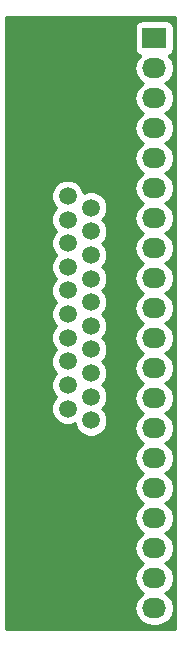
<source format=gbl>
G04 #@! TF.FileFunction,Copper,L2,Bot,Signal*
%FSLAX46Y46*%
G04 Gerber Fmt 4.6, Leading zero omitted, Abs format (unit mm)*
G04 Created by KiCad (PCBNEW 4.0.1-3.201512221402+6198~38~ubuntu15.04.1-stable) date Tue 02 Feb 2016 08:53:14 AM EST*
%MOMM*%
G01*
G04 APERTURE LIST*
%ADD10C,0.100000*%
%ADD11C,1.500000*%
%ADD12R,2.032000X1.727200*%
%ADD13O,2.032000X1.727200*%
%ADD14C,0.254000*%
G04 APERTURE END LIST*
D10*
D11*
X117110000Y-100100000D03*
X117110000Y-102100000D03*
X117110000Y-98100000D03*
X117110000Y-96100000D03*
X117110000Y-94100000D03*
X117110000Y-92100000D03*
X119110000Y-93100000D03*
X119110000Y-95100000D03*
X119110000Y-97100000D03*
X119110000Y-99100000D03*
X119110000Y-101100000D03*
X119110000Y-103100000D03*
X117110000Y-104100000D03*
X119110000Y-105100000D03*
X117110000Y-106100000D03*
X119110000Y-107100000D03*
X117110000Y-108100000D03*
X119110000Y-109100000D03*
X117110000Y-110100000D03*
X119110000Y-111100000D03*
D12*
X124460000Y-78740000D03*
D13*
X124460000Y-81280000D03*
X124460000Y-83820000D03*
X124460000Y-86360000D03*
X124460000Y-88900000D03*
X124460000Y-91440000D03*
X124460000Y-93980000D03*
X124460000Y-96520000D03*
X124460000Y-99060000D03*
X124460000Y-101600000D03*
X124460000Y-104140000D03*
X124460000Y-106680000D03*
X124460000Y-109220000D03*
X124460000Y-111760000D03*
X124460000Y-114300000D03*
X124460000Y-116840000D03*
X124460000Y-119380000D03*
X124460000Y-121920000D03*
X124460000Y-124460000D03*
X124460000Y-127000000D03*
D14*
G36*
X126238000Y-128778000D02*
X111887000Y-128778000D01*
X111887000Y-92374285D01*
X115724760Y-92374285D01*
X115935169Y-92883515D01*
X116151313Y-93100036D01*
X115936539Y-93314436D01*
X115725241Y-93823298D01*
X115724760Y-94374285D01*
X115935169Y-94883515D01*
X116151313Y-95100036D01*
X115936539Y-95314436D01*
X115725241Y-95823298D01*
X115724760Y-96374285D01*
X115935169Y-96883515D01*
X116151313Y-97100036D01*
X115936539Y-97314436D01*
X115725241Y-97823298D01*
X115724760Y-98374285D01*
X115935169Y-98883515D01*
X116151313Y-99100036D01*
X115936539Y-99314436D01*
X115725241Y-99823298D01*
X115724760Y-100374285D01*
X115935169Y-100883515D01*
X116151313Y-101100036D01*
X115936539Y-101314436D01*
X115725241Y-101823298D01*
X115724760Y-102374285D01*
X115935169Y-102883515D01*
X116151313Y-103100036D01*
X115936539Y-103314436D01*
X115725241Y-103823298D01*
X115724760Y-104374285D01*
X115935169Y-104883515D01*
X116151313Y-105100036D01*
X115936539Y-105314436D01*
X115725241Y-105823298D01*
X115724760Y-106374285D01*
X115935169Y-106883515D01*
X116151313Y-107100036D01*
X115936539Y-107314436D01*
X115725241Y-107823298D01*
X115724760Y-108374285D01*
X115935169Y-108883515D01*
X116151313Y-109100036D01*
X115936539Y-109314436D01*
X115725241Y-109823298D01*
X115724760Y-110374285D01*
X115935169Y-110883515D01*
X116324436Y-111273461D01*
X116833298Y-111484759D01*
X117384285Y-111485240D01*
X117724786Y-111344548D01*
X117724760Y-111374285D01*
X117935169Y-111883515D01*
X118324436Y-112273461D01*
X118833298Y-112484759D01*
X119384285Y-112485240D01*
X119893515Y-112274831D01*
X120283461Y-111885564D01*
X120494759Y-111376702D01*
X120495240Y-110825715D01*
X120284831Y-110316485D01*
X120068687Y-110099964D01*
X120283461Y-109885564D01*
X120494759Y-109376702D01*
X120495240Y-108825715D01*
X120284831Y-108316485D01*
X120068687Y-108099964D01*
X120283461Y-107885564D01*
X120494759Y-107376702D01*
X120495240Y-106825715D01*
X120284831Y-106316485D01*
X120068687Y-106099964D01*
X120283461Y-105885564D01*
X120494759Y-105376702D01*
X120495240Y-104825715D01*
X120284831Y-104316485D01*
X120068687Y-104099964D01*
X120283461Y-103885564D01*
X120494759Y-103376702D01*
X120495240Y-102825715D01*
X120284831Y-102316485D01*
X120068687Y-102099964D01*
X120283461Y-101885564D01*
X120494759Y-101376702D01*
X120495240Y-100825715D01*
X120284831Y-100316485D01*
X120068687Y-100099964D01*
X120283461Y-99885564D01*
X120494759Y-99376702D01*
X120495240Y-98825715D01*
X120284831Y-98316485D01*
X120068687Y-98099964D01*
X120283461Y-97885564D01*
X120494759Y-97376702D01*
X120495240Y-96825715D01*
X120284831Y-96316485D01*
X120068687Y-96099964D01*
X120283461Y-95885564D01*
X120494759Y-95376702D01*
X120495240Y-94825715D01*
X120284831Y-94316485D01*
X120068687Y-94099964D01*
X120283461Y-93885564D01*
X120494759Y-93376702D01*
X120495240Y-92825715D01*
X120284831Y-92316485D01*
X119895564Y-91926539D01*
X119386702Y-91715241D01*
X118835715Y-91714760D01*
X118495214Y-91855452D01*
X118495240Y-91825715D01*
X118284831Y-91316485D01*
X117895564Y-90926539D01*
X117386702Y-90715241D01*
X116835715Y-90714760D01*
X116326485Y-90925169D01*
X115936539Y-91314436D01*
X115725241Y-91823298D01*
X115724760Y-92374285D01*
X111887000Y-92374285D01*
X111887000Y-81280000D01*
X122776655Y-81280000D01*
X122890729Y-81853489D01*
X123215585Y-82339670D01*
X123530366Y-82550000D01*
X123215585Y-82760330D01*
X122890729Y-83246511D01*
X122776655Y-83820000D01*
X122890729Y-84393489D01*
X123215585Y-84879670D01*
X123530366Y-85090000D01*
X123215585Y-85300330D01*
X122890729Y-85786511D01*
X122776655Y-86360000D01*
X122890729Y-86933489D01*
X123215585Y-87419670D01*
X123530366Y-87630000D01*
X123215585Y-87840330D01*
X122890729Y-88326511D01*
X122776655Y-88900000D01*
X122890729Y-89473489D01*
X123215585Y-89959670D01*
X123530366Y-90170000D01*
X123215585Y-90380330D01*
X122890729Y-90866511D01*
X122776655Y-91440000D01*
X122890729Y-92013489D01*
X123215585Y-92499670D01*
X123530366Y-92710000D01*
X123215585Y-92920330D01*
X122890729Y-93406511D01*
X122776655Y-93980000D01*
X122890729Y-94553489D01*
X123215585Y-95039670D01*
X123530366Y-95250000D01*
X123215585Y-95460330D01*
X122890729Y-95946511D01*
X122776655Y-96520000D01*
X122890729Y-97093489D01*
X123215585Y-97579670D01*
X123530366Y-97790000D01*
X123215585Y-98000330D01*
X122890729Y-98486511D01*
X122776655Y-99060000D01*
X122890729Y-99633489D01*
X123215585Y-100119670D01*
X123530366Y-100330000D01*
X123215585Y-100540330D01*
X122890729Y-101026511D01*
X122776655Y-101600000D01*
X122890729Y-102173489D01*
X123215585Y-102659670D01*
X123530366Y-102870000D01*
X123215585Y-103080330D01*
X122890729Y-103566511D01*
X122776655Y-104140000D01*
X122890729Y-104713489D01*
X123215585Y-105199670D01*
X123530366Y-105410000D01*
X123215585Y-105620330D01*
X122890729Y-106106511D01*
X122776655Y-106680000D01*
X122890729Y-107253489D01*
X123215585Y-107739670D01*
X123530366Y-107950000D01*
X123215585Y-108160330D01*
X122890729Y-108646511D01*
X122776655Y-109220000D01*
X122890729Y-109793489D01*
X123215585Y-110279670D01*
X123530366Y-110490000D01*
X123215585Y-110700330D01*
X122890729Y-111186511D01*
X122776655Y-111760000D01*
X122890729Y-112333489D01*
X123215585Y-112819670D01*
X123530366Y-113030000D01*
X123215585Y-113240330D01*
X122890729Y-113726511D01*
X122776655Y-114300000D01*
X122890729Y-114873489D01*
X123215585Y-115359670D01*
X123530366Y-115570000D01*
X123215585Y-115780330D01*
X122890729Y-116266511D01*
X122776655Y-116840000D01*
X122890729Y-117413489D01*
X123215585Y-117899670D01*
X123530366Y-118110000D01*
X123215585Y-118320330D01*
X122890729Y-118806511D01*
X122776655Y-119380000D01*
X122890729Y-119953489D01*
X123215585Y-120439670D01*
X123530366Y-120650000D01*
X123215585Y-120860330D01*
X122890729Y-121346511D01*
X122776655Y-121920000D01*
X122890729Y-122493489D01*
X123215585Y-122979670D01*
X123530366Y-123190000D01*
X123215585Y-123400330D01*
X122890729Y-123886511D01*
X122776655Y-124460000D01*
X122890729Y-125033489D01*
X123215585Y-125519670D01*
X123530366Y-125730000D01*
X123215585Y-125940330D01*
X122890729Y-126426511D01*
X122776655Y-127000000D01*
X122890729Y-127573489D01*
X123215585Y-128059670D01*
X123701766Y-128384526D01*
X124275255Y-128498600D01*
X124644745Y-128498600D01*
X125218234Y-128384526D01*
X125704415Y-128059670D01*
X126029271Y-127573489D01*
X126143345Y-127000000D01*
X126029271Y-126426511D01*
X125704415Y-125940330D01*
X125389634Y-125730000D01*
X125704415Y-125519670D01*
X126029271Y-125033489D01*
X126143345Y-124460000D01*
X126029271Y-123886511D01*
X125704415Y-123400330D01*
X125389634Y-123190000D01*
X125704415Y-122979670D01*
X126029271Y-122493489D01*
X126143345Y-121920000D01*
X126029271Y-121346511D01*
X125704415Y-120860330D01*
X125389634Y-120650000D01*
X125704415Y-120439670D01*
X126029271Y-119953489D01*
X126143345Y-119380000D01*
X126029271Y-118806511D01*
X125704415Y-118320330D01*
X125389634Y-118110000D01*
X125704415Y-117899670D01*
X126029271Y-117413489D01*
X126143345Y-116840000D01*
X126029271Y-116266511D01*
X125704415Y-115780330D01*
X125389634Y-115570000D01*
X125704415Y-115359670D01*
X126029271Y-114873489D01*
X126143345Y-114300000D01*
X126029271Y-113726511D01*
X125704415Y-113240330D01*
X125389634Y-113030000D01*
X125704415Y-112819670D01*
X126029271Y-112333489D01*
X126143345Y-111760000D01*
X126029271Y-111186511D01*
X125704415Y-110700330D01*
X125389634Y-110490000D01*
X125704415Y-110279670D01*
X126029271Y-109793489D01*
X126143345Y-109220000D01*
X126029271Y-108646511D01*
X125704415Y-108160330D01*
X125389634Y-107950000D01*
X125704415Y-107739670D01*
X126029271Y-107253489D01*
X126143345Y-106680000D01*
X126029271Y-106106511D01*
X125704415Y-105620330D01*
X125389634Y-105410000D01*
X125704415Y-105199670D01*
X126029271Y-104713489D01*
X126143345Y-104140000D01*
X126029271Y-103566511D01*
X125704415Y-103080330D01*
X125389634Y-102870000D01*
X125704415Y-102659670D01*
X126029271Y-102173489D01*
X126143345Y-101600000D01*
X126029271Y-101026511D01*
X125704415Y-100540330D01*
X125389634Y-100330000D01*
X125704415Y-100119670D01*
X126029271Y-99633489D01*
X126143345Y-99060000D01*
X126029271Y-98486511D01*
X125704415Y-98000330D01*
X125389634Y-97790000D01*
X125704415Y-97579670D01*
X126029271Y-97093489D01*
X126143345Y-96520000D01*
X126029271Y-95946511D01*
X125704415Y-95460330D01*
X125389634Y-95250000D01*
X125704415Y-95039670D01*
X126029271Y-94553489D01*
X126143345Y-93980000D01*
X126029271Y-93406511D01*
X125704415Y-92920330D01*
X125389634Y-92710000D01*
X125704415Y-92499670D01*
X126029271Y-92013489D01*
X126143345Y-91440000D01*
X126029271Y-90866511D01*
X125704415Y-90380330D01*
X125389634Y-90170000D01*
X125704415Y-89959670D01*
X126029271Y-89473489D01*
X126143345Y-88900000D01*
X126029271Y-88326511D01*
X125704415Y-87840330D01*
X125389634Y-87630000D01*
X125704415Y-87419670D01*
X126029271Y-86933489D01*
X126143345Y-86360000D01*
X126029271Y-85786511D01*
X125704415Y-85300330D01*
X125389634Y-85090000D01*
X125704415Y-84879670D01*
X126029271Y-84393489D01*
X126143345Y-83820000D01*
X126029271Y-83246511D01*
X125704415Y-82760330D01*
X125389634Y-82550000D01*
X125704415Y-82339670D01*
X126029271Y-81853489D01*
X126143345Y-81280000D01*
X126029271Y-80706511D01*
X125704415Y-80220330D01*
X125690087Y-80210757D01*
X125711317Y-80206762D01*
X125927441Y-80067690D01*
X126072431Y-79855490D01*
X126123440Y-79603600D01*
X126123440Y-77876400D01*
X126079162Y-77641083D01*
X125940090Y-77424959D01*
X125727890Y-77279969D01*
X125476000Y-77228960D01*
X123444000Y-77228960D01*
X123208683Y-77273238D01*
X122992559Y-77412310D01*
X122847569Y-77624510D01*
X122796560Y-77876400D01*
X122796560Y-79603600D01*
X122840838Y-79838917D01*
X122979910Y-80055041D01*
X123192110Y-80200031D01*
X123233439Y-80208400D01*
X123215585Y-80220330D01*
X122890729Y-80706511D01*
X122776655Y-81280000D01*
X111887000Y-81280000D01*
X111887000Y-76962000D01*
X126238000Y-76962000D01*
X126238000Y-128778000D01*
X126238000Y-128778000D01*
G37*
X126238000Y-128778000D02*
X111887000Y-128778000D01*
X111887000Y-92374285D01*
X115724760Y-92374285D01*
X115935169Y-92883515D01*
X116151313Y-93100036D01*
X115936539Y-93314436D01*
X115725241Y-93823298D01*
X115724760Y-94374285D01*
X115935169Y-94883515D01*
X116151313Y-95100036D01*
X115936539Y-95314436D01*
X115725241Y-95823298D01*
X115724760Y-96374285D01*
X115935169Y-96883515D01*
X116151313Y-97100036D01*
X115936539Y-97314436D01*
X115725241Y-97823298D01*
X115724760Y-98374285D01*
X115935169Y-98883515D01*
X116151313Y-99100036D01*
X115936539Y-99314436D01*
X115725241Y-99823298D01*
X115724760Y-100374285D01*
X115935169Y-100883515D01*
X116151313Y-101100036D01*
X115936539Y-101314436D01*
X115725241Y-101823298D01*
X115724760Y-102374285D01*
X115935169Y-102883515D01*
X116151313Y-103100036D01*
X115936539Y-103314436D01*
X115725241Y-103823298D01*
X115724760Y-104374285D01*
X115935169Y-104883515D01*
X116151313Y-105100036D01*
X115936539Y-105314436D01*
X115725241Y-105823298D01*
X115724760Y-106374285D01*
X115935169Y-106883515D01*
X116151313Y-107100036D01*
X115936539Y-107314436D01*
X115725241Y-107823298D01*
X115724760Y-108374285D01*
X115935169Y-108883515D01*
X116151313Y-109100036D01*
X115936539Y-109314436D01*
X115725241Y-109823298D01*
X115724760Y-110374285D01*
X115935169Y-110883515D01*
X116324436Y-111273461D01*
X116833298Y-111484759D01*
X117384285Y-111485240D01*
X117724786Y-111344548D01*
X117724760Y-111374285D01*
X117935169Y-111883515D01*
X118324436Y-112273461D01*
X118833298Y-112484759D01*
X119384285Y-112485240D01*
X119893515Y-112274831D01*
X120283461Y-111885564D01*
X120494759Y-111376702D01*
X120495240Y-110825715D01*
X120284831Y-110316485D01*
X120068687Y-110099964D01*
X120283461Y-109885564D01*
X120494759Y-109376702D01*
X120495240Y-108825715D01*
X120284831Y-108316485D01*
X120068687Y-108099964D01*
X120283461Y-107885564D01*
X120494759Y-107376702D01*
X120495240Y-106825715D01*
X120284831Y-106316485D01*
X120068687Y-106099964D01*
X120283461Y-105885564D01*
X120494759Y-105376702D01*
X120495240Y-104825715D01*
X120284831Y-104316485D01*
X120068687Y-104099964D01*
X120283461Y-103885564D01*
X120494759Y-103376702D01*
X120495240Y-102825715D01*
X120284831Y-102316485D01*
X120068687Y-102099964D01*
X120283461Y-101885564D01*
X120494759Y-101376702D01*
X120495240Y-100825715D01*
X120284831Y-100316485D01*
X120068687Y-100099964D01*
X120283461Y-99885564D01*
X120494759Y-99376702D01*
X120495240Y-98825715D01*
X120284831Y-98316485D01*
X120068687Y-98099964D01*
X120283461Y-97885564D01*
X120494759Y-97376702D01*
X120495240Y-96825715D01*
X120284831Y-96316485D01*
X120068687Y-96099964D01*
X120283461Y-95885564D01*
X120494759Y-95376702D01*
X120495240Y-94825715D01*
X120284831Y-94316485D01*
X120068687Y-94099964D01*
X120283461Y-93885564D01*
X120494759Y-93376702D01*
X120495240Y-92825715D01*
X120284831Y-92316485D01*
X119895564Y-91926539D01*
X119386702Y-91715241D01*
X118835715Y-91714760D01*
X118495214Y-91855452D01*
X118495240Y-91825715D01*
X118284831Y-91316485D01*
X117895564Y-90926539D01*
X117386702Y-90715241D01*
X116835715Y-90714760D01*
X116326485Y-90925169D01*
X115936539Y-91314436D01*
X115725241Y-91823298D01*
X115724760Y-92374285D01*
X111887000Y-92374285D01*
X111887000Y-81280000D01*
X122776655Y-81280000D01*
X122890729Y-81853489D01*
X123215585Y-82339670D01*
X123530366Y-82550000D01*
X123215585Y-82760330D01*
X122890729Y-83246511D01*
X122776655Y-83820000D01*
X122890729Y-84393489D01*
X123215585Y-84879670D01*
X123530366Y-85090000D01*
X123215585Y-85300330D01*
X122890729Y-85786511D01*
X122776655Y-86360000D01*
X122890729Y-86933489D01*
X123215585Y-87419670D01*
X123530366Y-87630000D01*
X123215585Y-87840330D01*
X122890729Y-88326511D01*
X122776655Y-88900000D01*
X122890729Y-89473489D01*
X123215585Y-89959670D01*
X123530366Y-90170000D01*
X123215585Y-90380330D01*
X122890729Y-90866511D01*
X122776655Y-91440000D01*
X122890729Y-92013489D01*
X123215585Y-92499670D01*
X123530366Y-92710000D01*
X123215585Y-92920330D01*
X122890729Y-93406511D01*
X122776655Y-93980000D01*
X122890729Y-94553489D01*
X123215585Y-95039670D01*
X123530366Y-95250000D01*
X123215585Y-95460330D01*
X122890729Y-95946511D01*
X122776655Y-96520000D01*
X122890729Y-97093489D01*
X123215585Y-97579670D01*
X123530366Y-97790000D01*
X123215585Y-98000330D01*
X122890729Y-98486511D01*
X122776655Y-99060000D01*
X122890729Y-99633489D01*
X123215585Y-100119670D01*
X123530366Y-100330000D01*
X123215585Y-100540330D01*
X122890729Y-101026511D01*
X122776655Y-101600000D01*
X122890729Y-102173489D01*
X123215585Y-102659670D01*
X123530366Y-102870000D01*
X123215585Y-103080330D01*
X122890729Y-103566511D01*
X122776655Y-104140000D01*
X122890729Y-104713489D01*
X123215585Y-105199670D01*
X123530366Y-105410000D01*
X123215585Y-105620330D01*
X122890729Y-106106511D01*
X122776655Y-106680000D01*
X122890729Y-107253489D01*
X123215585Y-107739670D01*
X123530366Y-107950000D01*
X123215585Y-108160330D01*
X122890729Y-108646511D01*
X122776655Y-109220000D01*
X122890729Y-109793489D01*
X123215585Y-110279670D01*
X123530366Y-110490000D01*
X123215585Y-110700330D01*
X122890729Y-111186511D01*
X122776655Y-111760000D01*
X122890729Y-112333489D01*
X123215585Y-112819670D01*
X123530366Y-113030000D01*
X123215585Y-113240330D01*
X122890729Y-113726511D01*
X122776655Y-114300000D01*
X122890729Y-114873489D01*
X123215585Y-115359670D01*
X123530366Y-115570000D01*
X123215585Y-115780330D01*
X122890729Y-116266511D01*
X122776655Y-116840000D01*
X122890729Y-117413489D01*
X123215585Y-117899670D01*
X123530366Y-118110000D01*
X123215585Y-118320330D01*
X122890729Y-118806511D01*
X122776655Y-119380000D01*
X122890729Y-119953489D01*
X123215585Y-120439670D01*
X123530366Y-120650000D01*
X123215585Y-120860330D01*
X122890729Y-121346511D01*
X122776655Y-121920000D01*
X122890729Y-122493489D01*
X123215585Y-122979670D01*
X123530366Y-123190000D01*
X123215585Y-123400330D01*
X122890729Y-123886511D01*
X122776655Y-124460000D01*
X122890729Y-125033489D01*
X123215585Y-125519670D01*
X123530366Y-125730000D01*
X123215585Y-125940330D01*
X122890729Y-126426511D01*
X122776655Y-127000000D01*
X122890729Y-127573489D01*
X123215585Y-128059670D01*
X123701766Y-128384526D01*
X124275255Y-128498600D01*
X124644745Y-128498600D01*
X125218234Y-128384526D01*
X125704415Y-128059670D01*
X126029271Y-127573489D01*
X126143345Y-127000000D01*
X126029271Y-126426511D01*
X125704415Y-125940330D01*
X125389634Y-125730000D01*
X125704415Y-125519670D01*
X126029271Y-125033489D01*
X126143345Y-124460000D01*
X126029271Y-123886511D01*
X125704415Y-123400330D01*
X125389634Y-123190000D01*
X125704415Y-122979670D01*
X126029271Y-122493489D01*
X126143345Y-121920000D01*
X126029271Y-121346511D01*
X125704415Y-120860330D01*
X125389634Y-120650000D01*
X125704415Y-120439670D01*
X126029271Y-119953489D01*
X126143345Y-119380000D01*
X126029271Y-118806511D01*
X125704415Y-118320330D01*
X125389634Y-118110000D01*
X125704415Y-117899670D01*
X126029271Y-117413489D01*
X126143345Y-116840000D01*
X126029271Y-116266511D01*
X125704415Y-115780330D01*
X125389634Y-115570000D01*
X125704415Y-115359670D01*
X126029271Y-114873489D01*
X126143345Y-114300000D01*
X126029271Y-113726511D01*
X125704415Y-113240330D01*
X125389634Y-113030000D01*
X125704415Y-112819670D01*
X126029271Y-112333489D01*
X126143345Y-111760000D01*
X126029271Y-111186511D01*
X125704415Y-110700330D01*
X125389634Y-110490000D01*
X125704415Y-110279670D01*
X126029271Y-109793489D01*
X126143345Y-109220000D01*
X126029271Y-108646511D01*
X125704415Y-108160330D01*
X125389634Y-107950000D01*
X125704415Y-107739670D01*
X126029271Y-107253489D01*
X126143345Y-106680000D01*
X126029271Y-106106511D01*
X125704415Y-105620330D01*
X125389634Y-105410000D01*
X125704415Y-105199670D01*
X126029271Y-104713489D01*
X126143345Y-104140000D01*
X126029271Y-103566511D01*
X125704415Y-103080330D01*
X125389634Y-102870000D01*
X125704415Y-102659670D01*
X126029271Y-102173489D01*
X126143345Y-101600000D01*
X126029271Y-101026511D01*
X125704415Y-100540330D01*
X125389634Y-100330000D01*
X125704415Y-100119670D01*
X126029271Y-99633489D01*
X126143345Y-99060000D01*
X126029271Y-98486511D01*
X125704415Y-98000330D01*
X125389634Y-97790000D01*
X125704415Y-97579670D01*
X126029271Y-97093489D01*
X126143345Y-96520000D01*
X126029271Y-95946511D01*
X125704415Y-95460330D01*
X125389634Y-95250000D01*
X125704415Y-95039670D01*
X126029271Y-94553489D01*
X126143345Y-93980000D01*
X126029271Y-93406511D01*
X125704415Y-92920330D01*
X125389634Y-92710000D01*
X125704415Y-92499670D01*
X126029271Y-92013489D01*
X126143345Y-91440000D01*
X126029271Y-90866511D01*
X125704415Y-90380330D01*
X125389634Y-90170000D01*
X125704415Y-89959670D01*
X126029271Y-89473489D01*
X126143345Y-88900000D01*
X126029271Y-88326511D01*
X125704415Y-87840330D01*
X125389634Y-87630000D01*
X125704415Y-87419670D01*
X126029271Y-86933489D01*
X126143345Y-86360000D01*
X126029271Y-85786511D01*
X125704415Y-85300330D01*
X125389634Y-85090000D01*
X125704415Y-84879670D01*
X126029271Y-84393489D01*
X126143345Y-83820000D01*
X126029271Y-83246511D01*
X125704415Y-82760330D01*
X125389634Y-82550000D01*
X125704415Y-82339670D01*
X126029271Y-81853489D01*
X126143345Y-81280000D01*
X126029271Y-80706511D01*
X125704415Y-80220330D01*
X125690087Y-80210757D01*
X125711317Y-80206762D01*
X125927441Y-80067690D01*
X126072431Y-79855490D01*
X126123440Y-79603600D01*
X126123440Y-77876400D01*
X126079162Y-77641083D01*
X125940090Y-77424959D01*
X125727890Y-77279969D01*
X125476000Y-77228960D01*
X123444000Y-77228960D01*
X123208683Y-77273238D01*
X122992559Y-77412310D01*
X122847569Y-77624510D01*
X122796560Y-77876400D01*
X122796560Y-79603600D01*
X122840838Y-79838917D01*
X122979910Y-80055041D01*
X123192110Y-80200031D01*
X123233439Y-80208400D01*
X123215585Y-80220330D01*
X122890729Y-80706511D01*
X122776655Y-81280000D01*
X111887000Y-81280000D01*
X111887000Y-76962000D01*
X126238000Y-76962000D01*
X126238000Y-128778000D01*
M02*

</source>
